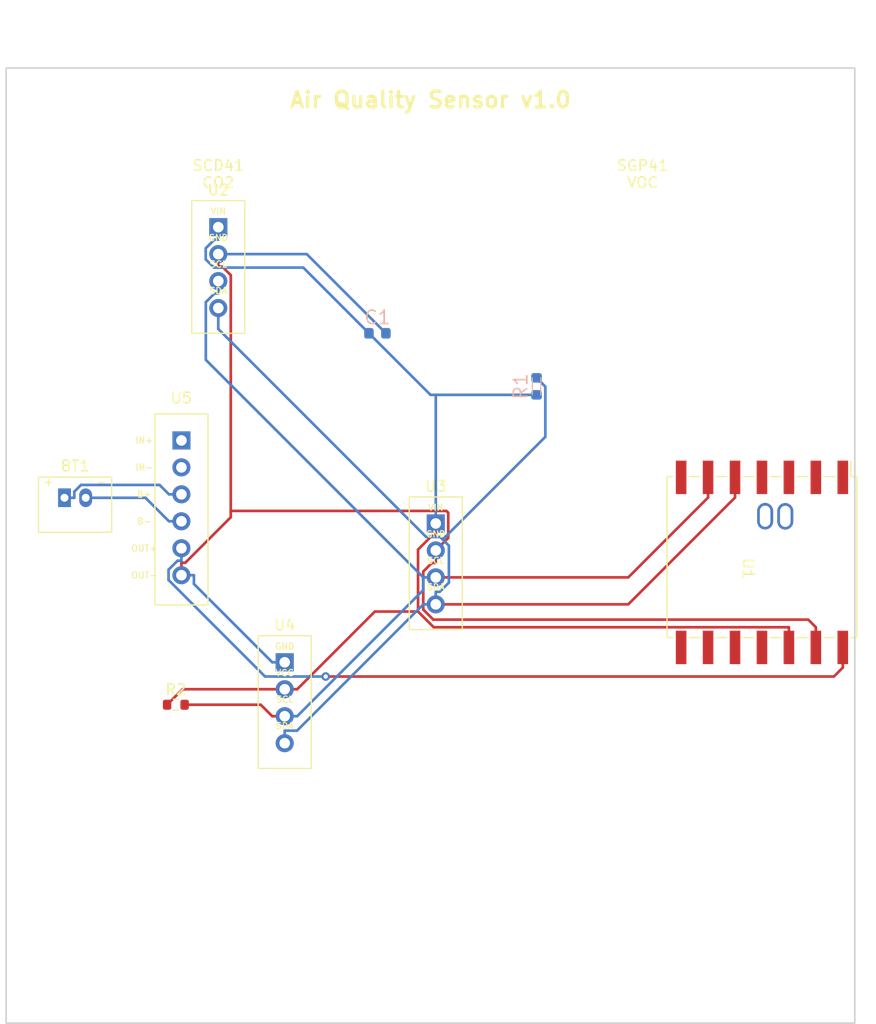
<source format=kicad_pcb>
(kicad_pcb (version 20241229) (generator "pcbnew") (generator_version "9.0")
  (layers (0 "F.Cu" signal) (2 "B.Cu" signal) (13 "F.Paste" user) (15 "B.Paste" user) (5 "F.SilkS" user "F.Silkscreen") (7 "B.SilkS" user "B.Silkscreen") (1 "F.Mask" user) (3 "B.Mask" user) (25 "Edge.Cuts" user))
  (net 0 "")
  (net 1 "GND")
  (net 2 "+3V3")
  (net 3 "Net-(BT1-+)")
  (net 4 "Net-(BT1--)")
  (net 5 "SDA")
  (net 6 "SCL")
  (net 14 "5V_USB")
  (footprint "AirQuality:XIAO_ESP32C3" (layer "F.Cu") (at 169.448 77.175 -90)
    (property "Reference" "U1" (at 0 -0.5 270) (layer "F.SilkS"))
    (property "Value" "XIAO_ESP32C3")
    (fp_line (start -8.675 7.15) (end 6.5 7.15) (stroke (width 0.12)) (layer "F.SilkS"))
    (fp_line (start -8.675 6.58) (end -8.675 7.15) (stroke (width 0.12)) (layer "F.SilkS"))
    (fp_line (start 6.5 6.58) (end 6.5 7.15) (stroke (width 0.12)) (layer "F.SilkS"))
    (fp_line (start -8.675 4.04) (end -8.675 5.06) (stroke (width 0.12)) (layer "F.SilkS"))
    (fp_line (start 6.5 4.04) (end 6.5 5.06) (stroke (width 0.12)) (layer "F.SilkS"))
    (fp_line (start -8.675 1.5) (end -8.675 2.52) (stroke (width 0.12)) (layer "F.SilkS"))
    (fp_line (start 6.5 1.5) (end 6.5 2.52) (stroke (width 0.12)) (layer "F.SilkS"))
    (fp_line (start -8.675 -1.04) (end -8.675 -0.02) (stroke (width 0.12)) (layer "F.SilkS"))
    (fp_line (start 6.5 -1.04) (end 6.5 -0.02) (stroke (width 0.12)) (layer "F.SilkS"))
    (fp_line (start -8.675 -3.58) (end -8.675 -2.56) (stroke (width 0.12)) (layer "F.SilkS"))
    (fp_line (start 6.5 -3.58) (end 6.5 -2.56) (stroke (width 0.12)) (layer "F.SilkS"))
    (fp_line (start -8.675 -6.12) (end -8.675 -5.1) (stroke (width 0.12)) (layer "F.SilkS"))
    (fp_line (start 6.5 -6.12) (end 6.5 -5.1) (stroke (width 0.12)) (layer "F.SilkS"))
    (fp_line (start -8.675 -8.66) (end -8.675 -7.64) (stroke (width 0.12)) (layer "F.SilkS"))
    (fp_line (start 6.5 -8.66) (end 6.5 -7.64) (stroke (width 0.12)) (layer "F.SilkS"))
    (fp_line (start -10.115 -10.18) (end -8.675 -10.18) (stroke (width 0.12)) (layer "F.SilkS"))
    (fp_line (start -8.675 -10.75) (end -8.675 -10.18) (stroke (width 0.12)) (layer "F.SilkS"))
    (fp_line (start -8.675 -10.75) (end 6.5 -10.75) (stroke (width 0.12)) (layer "F.SilkS"))
    (fp_line (start 6.5 -10.75) (end 6.5 -10.18) (stroke (width 0.12)) (layer "F.SilkS"))
    (pad "1" smd rect (at -8.6 -9.42 270) (size 3.15 1) (layers "F.Cu" "F.Mask" "F.Paste"))
    (pad "2" smd rect (at -8.6 -6.88 270) (size 3.15 1) (layers "F.Cu" "F.Mask" "F.Paste"))
    (pad "3" smd rect (at -8.6 -4.34 270) (size 3.15 1) (layers "F.Cu" "F.Mask" "F.Paste"))
    (pad "4" smd rect (at -8.6 -1.8 270) (size 3.15 1) (layers "F.Cu" "F.Mask" "F.Paste"))
    (pad "5" smd rect (at -8.6 0.74 270) (size 3.15 1) (layers "F.Cu" "F.Mask" "F.Paste") (net 5 "SDA"))
    (pad "6" smd rect (at -8.6 3.28 270) (size 3.15 1) (layers "F.Cu" "F.Mask" "F.Paste") (net 6 "SCL"))
    (pad "7" smd rect (at -8.6 5.82 270) (size 3.15 1) (layers "F.Cu" "F.Mask" "F.Paste"))
    (pad "8" smd rect (at 7.425 5.82 270) (size 3.15 1) (layers "F.Cu" "F.Mask" "F.Paste"))
    (pad "9" smd rect (at 7.425 3.28 270) (size 3.15 1) (layers "F.Cu" "F.Mask" "F.Paste"))
    (pad "10" smd rect (at 7.425 0.74 270) (size 3.15 1) (layers "F.Cu" "F.Mask" "F.Paste"))
    (pad "11" smd rect (at 7.425 -1.8 270) (size 3.15 1) (layers "F.Cu" "F.Mask" "F.Paste"))
    (pad "12" smd rect (at 7.425 -4.34 270) (size 3.15 1) (layers "F.Cu" "F.Mask" "F.Paste") (net 2 "+3V3"))
    (pad "13" smd rect (at 7.425 -6.88 270) (size 3.15 1) (layers "F.Cu" "F.Mask" "F.Paste") (net 1 "GND"))
    (pad "14" smd rect (at 7.425 -9.42 270) (size 3.15 1) (layers "F.Cu" "F.Mask" "F.Paste") (net 14 "5V_USB"))
    (pad "B+" thru_hole oval (at -4.94 -2.1 270) (size 2.5 1.5) (drill oval 2 1) (layers "*.Cu" "*.Mask"))
    (pad "B-" thru_hole oval (at -4.929 -4 270) (size 2.5 1.5) (drill oval 2 1) (layers "*.Cu" "*.Mask"))
  )
  (footprint "AirQuality:Adafruit_SCD41" (layer "F.Cu") (at 120 45)
    (property "Reference" "U2" (at 0 -3.5 0) (layer "F.SilkS"))
    (property "Value" "SCD41")
    (fp_line (start -2.5 -2.5) (end 2.5 -2.5) (stroke (width 0.12)) (layer "F.SilkS"))
    (fp_line (start -2.5 10) (end -2.5 -2.5) (stroke (width 0.12)) (layer "F.SilkS"))
    (fp_line (start 2.5 -2.5) (end 2.5 10) (stroke (width 0.12)) (layer "F.SilkS"))
    (fp_line (start 2.5 10) (end -2.5 10) (stroke (width 0.12)) (layer "F.SilkS"))
    (fp_text user "GND" (at 0 1 0) (layer "F.SilkS") (effects (font (size 0.6 0.6) (thickness 0.1))))
    (fp_text user "VIN" (at 0 -1.5 0) (layer "F.SilkS") (effects (font (size 0.6 0.6) (thickness 0.1))))
    (fp_text user "SCL" (at 0 3.5 0) (layer "F.SilkS") (effects (font (size 0.6 0.6) (thickness 0.1))))
    (fp_text user "SDA" (at 0 6 0) (layer "F.SilkS") (effects (font (size 0.6 0.6) (thickness 0.1))))
    (pad "1" thru_hole rect (at 0 0) (size 1.7 1.7) (drill 1) (layers "*.Cu" "*.Mask") (net 2 "+3V3"))
    (pad "2" thru_hole oval (at 0 2.54) (size 1.7 1.7) (drill 1) (layers "*.Cu" "*.Mask") (net 1 "GND"))
    (pad "3" thru_hole oval (at 0 5.08) (size 1.7 1.7) (drill 1) (layers "*.Cu" "*.Mask") (net 6 "SCL"))
    (pad "4" thru_hole oval (at 0 7.62) (size 1.7 1.7) (drill 1) (layers "*.Cu" "*.Mask") (net 5 "SDA"))
  )
  (footprint "Resistor_SMD:R_0603_1608Metric" (layer "F.Cu") (at 116 90)
    (property "Reference" "R2" (at 0 -1.43 0) (layer "F.SilkS"))
    (property "Value" "4.7k")
    (fp_line (start -0.237258 -0.5225) (end 0.237258 -0.5225) (stroke (width 0.12)) (layer "F.SilkS"))
    (fp_line (start -0.237258 0.5225) (end 0.237258 0.5225) (stroke (width 0.12)) (layer "F.SilkS"))
    (pad "1" smd roundrect (at -0.825 0) (size 0.8 0.95) (layers "F.Cu" "F.Mask" "F.Paste") (net 2 "+3V3"))
    (pad "2" smd roundrect (at 0.825 0) (size 0.8 0.95) (layers "F.Cu" "F.Mask" "F.Paste") (net 6 "SCL"))
  )
  (footprint "AirQuality:SSD1306_OLED_128x64" (layer "F.Cu") (at 126.26 86)
    (property "Reference" "U4" (at 0 -3.5 0) (layer "F.SilkS"))
    (property "Value" "SSD1306_0.96")
    (fp_line (start -2.5 -2.5) (end 2.5 -2.5) (stroke (width 0.12)) (layer "F.SilkS"))
    (fp_line (start -2.5 10) (end -2.5 -2.5) (stroke (width 0.12)) (layer "F.SilkS"))
    (fp_line (start 2.5 -2.5) (end 2.5 10) (stroke (width 0.12)) (layer "F.SilkS"))
    (fp_line (start 2.5 10) (end -2.5 10) (stroke (width 0.12)) (layer "F.SilkS"))
    (fp_text user "SCL" (at 0 3.5 0) (layer "F.SilkS") (effects (font (size 0.6 0.6) (thickness 0.1))))
    (fp_text user "GND" (at 0 -1.5 0) (layer "F.SilkS") (effects (font (size 0.6 0.6) (thickness 0.1))))
    (fp_text user "SDA" (at 0 6 0) (layer "F.SilkS") (effects (font (size 0.6 0.6) (thickness 0.1))))
    (fp_text user "VCC" (at 0 1 0) (layer "F.SilkS") (effects (font (size 0.6 0.6) (thickness 0.1))))
    (pad "1" thru_hole rect (at 0 0) (size 1.7 1.7) (drill 1) (layers "*.Cu" "*.Mask") (net 1 "GND"))
    (pad "2" thru_hole oval (at 0 2.54) (size 1.7 1.7) (drill 1) (layers "*.Cu" "*.Mask") (net 2 "+3V3"))
    (pad "3" thru_hole oval (at 0 5.08) (size 1.7 1.7) (drill 1) (layers "*.Cu" "*.Mask") (net 6 "SCL"))
    (pad "4" thru_hole oval (at 0 7.62) (size 1.7 1.7) (drill 1) (layers "*.Cu" "*.Mask") (net 5 "SDA"))
  )
  (footprint "AirQuality:JST_PH_2pin_Battery" (layer "F.Cu") (at 105.5 70.5)
    (property "Reference" "BT1" (at 1 -3 0) (layer "F.SilkS"))
    (property "Value" "LiPo_3.7V_500mAh")
    (fp_line (start -2.45 -1.95) (end -2.45 3.25) (stroke (width 0.12)) (layer "F.SilkS"))
    (fp_line (start -2.45 3.25) (end 4.45 3.25) (stroke (width 0.12)) (layer "F.SilkS"))
    (fp_line (start 4.45 -1.95) (end -2.45 -1.95) (stroke (width 0.12)) (layer "F.SilkS"))
    (fp_line (start 4.45 3.25) (end 4.45 -1.95) (stroke (width 0.12)) (layer "F.SilkS"))
    (fp_text user "-" (at 3.5 -1.5 0) (layer "F.SilkS") (effects (font (size 0.8 0.8) (thickness 0.12))))
    (fp_text user "+" (at -1.5 -1.5 0) (layer "F.SilkS") (effects (font (size 0.8 0.8) (thickness 0.12))))
    (pad "1" thru_hole rect (at 0 0) (size 1.2 1.75) (drill 0.75) (layers "*.Cu" "*.Mask") (net 3 "Net-(BT1-+)"))
    (pad "2" thru_hole oval (at 2 0) (size 1.2 1.75) (drill 0.75) (layers "*.Cu" "*.Mask") (net 4 "Net-(BT1--)"))
  )
  (footprint "AirQuality:Adafruit_SGP41" (layer "F.Cu") (at 140.5 72.92)
    (property "Reference" "U3" (at 0 -3.5 0) (layer "F.SilkS"))
    (property "Value" "SGP41")
    (fp_line (start -2.5 -2.5) (end 2.5 -2.5) (stroke (width 0.12)) (layer "F.SilkS"))
    (fp_line (start -2.5 10) (end -2.5 -2.5) (stroke (width 0.12)) (layer "F.SilkS"))
    (fp_line (start 2.5 -2.5) (end 2.5 10) (stroke (width 0.12)) (layer "F.SilkS"))
    (fp_line (start 2.5 10) (end -2.5 10) (stroke (width 0.12)) (layer "F.SilkS"))
    (fp_text user "GND" (at 0 1 0) (layer "F.SilkS") (effects (font (size 0.6 0.6) (thickness 0.1))))
    (fp_text user "VIN" (at 0 -1.5 0) (layer "F.SilkS") (effects (font (size 0.6 0.6) (thickness 0.1))))
    (fp_text user "SCL" (at 0 3.5 0) (layer "F.SilkS") (effects (font (size 0.6 0.6) (thickness 0.1))))
    (fp_text user "SDA" (at 0 6 0) (layer "F.SilkS") (effects (font (size 0.6 0.6) (thickness 0.1))))
    (pad "1" thru_hole rect (at 0 0) (size 1.7 1.7) (drill 1) (layers "*.Cu" "*.Mask") (net 2 "+3V3"))
    (pad "2" thru_hole oval (at 0 2.54) (size 1.7 1.7) (drill 1) (layers "*.Cu" "*.Mask") (net 1 "GND"))
    (pad "3" thru_hole oval (at 0 5.08) (size 1.7 1.7) (drill 1) (layers "*.Cu" "*.Mask") (net 6 "SCL"))
    (pad "4" thru_hole oval (at 0 7.62) (size 1.7 1.7) (drill 1) (layers "*.Cu" "*.Mask") (net 5 "SDA"))
  )
  (footprint "AirQuality:TP4056_USB-C_Module" (layer "F.Cu") (at 116.525 65.095)
    (property "Reference" "U5" (at 0 -4 0) (layer "F.SilkS"))
    (property "Value" "TP4056_Module")
    (fp_line (start -2.5 -2.5) (end 2.5 -2.5) (stroke (width 0.12)) (layer "F.SilkS"))
    (fp_line (start -2.5 15.5) (end -2.5 -2.5) (stroke (width 0.12)) (layer "F.SilkS"))
    (fp_line (start 2.5 -2.5) (end 2.5 15.5) (stroke (width 0.12)) (layer "F.SilkS"))
    (fp_line (start 2.5 15.5) (end -2.5 15.5) (stroke (width 0.12)) (layer "F.SilkS"))
    (fp_text user "IN+" (at -3.5 0 0) (layer "F.SilkS") (effects (font (size 0.6 0.6) (thickness 0.1))))
    (fp_text user "OUT+" (at -3.5 10.16 0) (layer "F.SilkS") (effects (font (size 0.6 0.6) (thickness 0.1))))
    (fp_text user "IN-" (at -3.5 2.54 0) (layer "F.SilkS") (effects (font (size 0.6 0.6) (thickness 0.1))))
    (fp_text user "OUT-" (at -3.5 12.7 0) (layer "F.SilkS") (effects (font (size 0.6 0.6) (thickness 0.1))))
    (fp_text user "B+" (at -3.5 5.08 0) (layer "F.SilkS") (effects (font (size 0.6 0.6) (thickness 0.1))))
    (fp_text user "B-" (at -3.5 7.62 0) (layer "F.SilkS") (effects (font (size 0.6 0.6) (thickness 0.1))))
    (pad "1" thru_hole rect (at 0 0) (size 1.7 1.7) (drill 1) (layers "*.Cu" "*.Mask"))
    (pad "2" thru_hole oval (at 0 2.54) (size 1.7 1.7) (drill 1) (layers "*.Cu" "*.Mask"))
    (pad "3" thru_hole oval (at 0 5.08) (size 1.7 1.7) (drill 1) (layers "*.Cu" "*.Mask") (net 3 "Net-(BT1-+)"))
    (pad "4" thru_hole oval (at 0 7.62) (size 1.7 1.7) (drill 1) (layers "*.Cu" "*.Mask") (net 4 "Net-(BT1--)"))
    (pad "5" thru_hole oval (at 0 10.16) (size 1.7 1.7) (drill 1) (layers "*.Cu" "*.Mask") (net 14 "5V_USB"))
    (pad "6" thru_hole oval (at 0 12.7) (size 1.7 1.7) (drill 1) (layers "*.Cu" "*.Mask") (net 1 "GND"))
  )
  (footprint "Resistor_SMD:R_0603_1608Metric" (layer "B.Cu") (at 150 60 90)
    (property "Reference" "R1" (at 0 -1.5 90) (layer "B.SilkS") (effects (font (size 1.27 1.27))))
    (property "Value" "4.7k")
    (fp_line (start -0.8 -0.4) (end 0.8 -0.4) (stroke (width 0.1)) (layer "B.SilkS"))
    (fp_line (start -0.8 0.4) (end 0.8 0.4) (stroke (width 0.1)) (layer "B.SilkS"))
    (pad "1" smd roundrect (at -0.8 0 90) (size 0.9 1) (layers "B.Cu" "B.Mask" "B.Paste") (net 2 "+3V3"))
    (pad "2" smd roundrect (at 0.8 0 90) (size 0.9 1) (layers "B.Cu" "B.Mask" "B.Paste") (net 5 "SDA"))
  )
  (footprint "Capacitor_SMD:C_0603_1608Metric" (layer "B.Cu") (at 135 55)
    (property "Reference" "C1" (at 0 -1.5 0) (layer "B.SilkS") (effects (font (size 1.27 1.27))))
    (property "Value" "100nF")
    (pad "1" smd roundrect (at -0.8 0) (size 0.9 1) (layers "B.Cu" "B.Mask" "B.Paste") (net 2 "+3V3"))
    (pad "2" smd roundrect (at 0.8 0) (size 0.9 1) (layers "B.Cu" "B.Mask" "B.Paste") (net 1 "GND"))
  )
  (gr_line (start 100 30) (end 180 30) (stroke (width 0.15)) (layer "Edge.Cuts"))
  (gr_line (start 180 30) (end 180 120) (stroke (width 0.15)) (layer "Edge.Cuts"))
  (gr_line (start 180 120) (end 100 120) (stroke (width 0.15)) (layer "Edge.Cuts"))
  (gr_line (start 100 120) (end 100 30) (stroke (width 0.15)) (layer "Edge.Cuts"))
  (gr_text "Air Quality Sensor v1.0" (at 140 33 0) (layer "F.SilkS") (effects (font (size 1.5 1.5) (thickness 0.3))))
  (gr_text "SCD41\nCO2" (at 120 40 0) (layer "F.SilkS") (effects (font (size 1 1))))
  (gr_text "SGP41\nVOC" (at 160 40 0) (layer "F.SilkS") (effects (font (size 1 1))))
  (segment (start 176.328 84.6) (end 176.328 82.6983) (width 0.25) (layer "F.Cu") (net 1))
  (segment (start 175.6113 81.9816) (end 176.328 82.6983) (width 0.25) (layer "F.Cu") (net 1))
  (segment (start 116.8927 76.6183) (end 121.1767 72.3343) (width 0.25) (layer "F.Cu") (net 1))
  (segment (start 116.525 77.795) (end 116.525 76.6183) (width 0.25) (layer "F.Cu") (net 1))
  (segment (start 140.5 75.46) (end 140.5 76.6367) (width 0.25) (layer "F.Cu") (net 1))
  (segment (start 121.1767 49.5256) (end 120.3678 48.7167) (width 0.25) (layer "F.Cu") (net 1))
  (segment (start 139.3211 77.4478) (end 139.3211 81.0328) (width 0.25) (layer "F.Cu") (net 1))
  (segment (start 120.3678 48.7167) (end 120 48.7167) (width 0.25) (layer "F.Cu") (net 1))
  (segment (start 116.525 76.6183) (end 116.8927 76.6183) (width 0.25) (layer "F.Cu") (net 1))
  (segment (start 121.1767 72.3343) (end 121.1767 71.7364) (width 0.25) (layer "F.Cu") (net 1))
  (segment (start 120 47.54) (end 120 48.7167) (width 0.25) (layer "F.Cu") (net 1))
  (segment (start 141.5023 71.7364) (end 141.6767 71.9108) (width 0.25) (layer "F.Cu") (net 1))
  (segment (start 121.1767 71.7364) (end 141.5023 71.7364) (width 0.25) (layer "F.Cu") (net 1))
  (segment (start 121.1767 71.7364) (end 121.1767 49.5256) (width 0.25) (layer "F.Cu") (net 1))
  (segment (start 140.1322 76.6367) (end 139.3211 77.4478) (width 0.25) (layer "F.Cu") (net 1))
  (segment (start 141.6767 71.9108) (end 141.6767 74.2833) (width 0.25) (layer "F.Cu") (net 1))
  (segment (start 140.5 76.6367) (end 140.1322 76.6367) (width 0.25) (layer "F.Cu") (net 1))
  (segment (start 141.6767 74.2833) (end 140.5 75.46) (width 0.25) (layer "F.Cu") (net 1))
  (segment (start 140.2699 81.9816) (end 175.6113 81.9816) (width 0.25) (layer "F.Cu") (net 1))
  (segment (start 139.3211 81.0328) (end 140.2699 81.9816) (width 0.25) (layer "F.Cu") (net 1))
  (segment (start 117.7017 78.6184) (end 125.0833 86) (width 0.25) (layer "B.Cu") (net 1))
  (segment (start 126.26 86) (end 125.0833 86) (width 0.25) (layer "B.Cu") (net 1))
  (segment (start 135.8 55) (end 128.34 47.54) (width 0.25) (layer "B.Cu") (net 1))
  (segment (start 117.7017 77.795) (end 117.7017 78.6184) (width 0.25) (layer "B.Cu") (net 1))
  (segment (start 116.525 77.795) (end 117.7017 77.795) (width 0.25) (layer "B.Cu") (net 1))
  (segment (start 128.34 47.54) (end 120 47.54) (width 0.25) (layer "B.Cu") (net 1))
  (segment (start 138.8297 81.2207) (end 140.3073 82.6983) (width 0.25) (layer "F.Cu") (net 2))
  (segment (start 116.635 88.54) (end 126.26 88.54) (width 0.25) (layer "F.Cu") (net 2))
  (segment (start 134.756 81.2207) (end 127.4367 88.54) (width 0.25) (layer "F.Cu") (net 2))
  (segment (start 126.26 88.54) (end 127.4367 88.54) (width 0.25) (layer "F.Cu") (net 2))
  (segment (start 115.175 90) (end 116.635 88.54) (width 0.25) (layer "F.Cu") (net 2))
  (segment (start 138.8297 81.2207) (end 134.756 81.2207) (width 0.25) (layer "F.Cu") (net 2))
  (segment (start 140.1119 74.0967) (end 138.8297 75.3789) (width 0.25) (layer "F.Cu") (net 2))
  (segment (start 140.5 72.92) (end 140.5 74.0967) (width 0.25) (layer "F.Cu") (net 2))
  (segment (start 138.8297 75.3789) (end 138.8297 81.2207) (width 0.25) (layer "F.Cu") (net 2))
  (segment (start 140.3073 82.6983) (end 173.788 82.6983) (width 0.25) (layer "F.Cu") (net 2))
  (segment (start 140.5 74.0967) (end 140.1119 74.0967) (width 0.25) (layer "F.Cu") (net 2))
  (segment (start 173.788 84.6) (end 173.788 82.6983) (width 0.25) (layer "F.Cu") (net 2))
  (segment (start 140.5 60.8) (end 150 60.8) (width 0.25) (layer "B.Cu") (net 2))
  (segment (start 119.6323 46.1767) (end 118.814 46.995) (width 0.25) (layer "B.Cu") (net 2))
  (segment (start 140.5 60.8) (end 140.5 72.92) (width 0.25) (layer "B.Cu") (net 2))
  (segment (start 118.814 48.0311) (end 119.5944 48.8115) (width 0.25) (layer "B.Cu") (net 2))
  (segment (start 119.5944 48.8115) (end 128.0115 48.8115) (width 0.25) (layer "B.Cu") (net 2))
  (segment (start 120 45) (end 120 46.1767) (width 0.25) (layer "B.Cu") (net 2))
  (segment (start 140 60.8) (end 140.5 60.8) (width 0.25) (layer "B.Cu") (net 2))
  (segment (start 128.0115 48.8115) (end 134.2 55) (width 0.25) (layer "B.Cu") (net 2))
  (segment (start 120 46.1767) (end 119.6323 46.1767) (width 0.25) (layer "B.Cu") (net 2))
  (segment (start 118.814 46.995) (end 118.814 48.0311) (width 0.25) (layer "B.Cu") (net 2))
  (segment (start 134.2 55) (end 140 60.8) (width 0.25) (layer "B.Cu") (net 2))
  (segment (start 116.525 70.175) (end 115.3483 70.175) (width 0.25) (layer "B.Cu") (net 3))
  (segment (start 107.06 69.2875) (end 106.4267 69.9208) (width 0.25) (layer "B.Cu") (net 3))
  (segment (start 105.5 70.5) (end 106.4267 70.5) (width 0.25) (layer "B.Cu") (net 3))
  (segment (start 106.4267 69.9208) (end 106.4267 70.5) (width 0.25) (layer "B.Cu") (net 3))
  (segment (start 115.3483 70.175) (end 114.4608 69.2875) (width 0.25) (layer "B.Cu") (net 3))
  (segment (start 114.4608 69.2875) (end 107.06 69.2875) (width 0.25) (layer "B.Cu") (net 3))
  (segment (start 116.525 72.715) (end 115.3483 72.715) (width 0.25) (layer "B.Cu") (net 4))
  (segment (start 115.3483 72.715) (end 113.1333 70.5) (width 0.25) (layer "B.Cu") (net 4))
  (segment (start 113.1333 70.5) (end 107.5 70.5) (width 0.25) (layer "B.Cu") (net 4))
  (segment (start 168.708 68.575) (end 168.708 70.4767) (width 0.25) (layer "F.Cu") (net 5))
  (segment (start 140.5 80.54) (end 158.6447 80.54) (width 0.25) (layer "F.Cu") (net 5))
  (segment (start 158.6447 80.54) (end 168.708 70.4767) (width 0.25) (layer "F.Cu") (net 5))
  (segment (start 139.5959 74.19) (end 140.9163 74.19) (width 0.25) (layer "B.Cu") (net 5))
  (segment (start 139.3233 80.54) (end 127.42 92.4433) (width 0.25) (layer "B.Cu") (net 5))
  (segment (start 150.8277 60.0277) (end 150.8277 64.759) (width 0.25) (layer "B.Cu") (net 5))
  (segment (start 139.9117 80.54) (end 139.3233 80.54) (width 0.25) (layer "B.Cu") (net 5))
  (segment (start 150 59.2) (end 150.8277 60.0277) (width 0.25) (layer "B.Cu") (net 5))
  (segment (start 120 54.5941) (end 139.5959 74.19) (width 0.25) (layer "B.Cu") (net 5))
  (segment (start 120 52.62) (end 120 54.5941) (width 0.25) (layer "B.Cu") (net 5))
  (segment (start 141.7371 75.0108) (end 141.7371 78.4939) (width 0.25) (layer "B.Cu") (net 5))
  (segment (start 141.1565 74.4302) (end 141.7371 75.0108) (width 0.25) (layer "B.Cu") (net 5))
  (segment (start 127.42 92.4433) (end 126.26 92.4433) (width 0.25) (layer "B.Cu") (net 5))
  (segment (start 140.5 80.54) (end 140.5 79.3633) (width 0.25) (layer "B.Cu") (net 5))
  (segment (start 140.8677 79.3633) (end 140.5 79.3633) (width 0.25) (layer "B.Cu") (net 5))
  (segment (start 139.9117 80.54) (end 140.5 80.54) (width 0.25) (layer "B.Cu") (net 5))
  (segment (start 141.7371 78.4939) (end 140.8677 79.3633) (width 0.25) (layer "B.Cu") (net 5))
  (segment (start 126.26 93.62) (end 126.26 92.4433) (width 0.25) (layer "B.Cu") (net 5))
  (segment (start 140.9163 74.19) (end 141.1565 74.4302) (width 0.25) (layer "B.Cu") (net 5))
  (segment (start 150.8277 64.759) (end 141.1565 74.4302) (width 0.25) (layer "B.Cu") (net 5))
  (segment (start 124.0033 90) (end 125.0833 91.08) (width 0.25) (layer "F.Cu") (net 6))
  (segment (start 116.825 90) (end 124.0033 90) (width 0.25) (layer "F.Cu") (net 6))
  (segment (start 126.26 91.08) (end 125.0833 91.08) (width 0.25) (layer "F.Cu") (net 6))
  (segment (start 166.168 70.4767) (end 158.6447 78) (width 0.25) (layer "F.Cu") (net 6))
  (segment (start 158.6447 78) (end 140.5 78) (width 0.25) (layer "F.Cu") (net 6))
  (segment (start 166.168 68.575) (end 166.168 70.4767) (width 0.25) (layer "F.Cu") (net 6))
  (segment (start 126.26 91.08) (end 127.4367 91.08) (width 0.25) (layer "B.Cu") (net 6))
  (segment (start 140.5 78) (end 139.3233 78) (width 0.25) (layer "B.Cu") (net 6))
  (segment (start 139.3233 78) (end 118.8233 57.5) (width 0.25) (layer "B.Cu") (net 6))
  (segment (start 127.4367 91.08) (end 139.3233 79.1934) (width 0.25) (layer "B.Cu") (net 6))
  (segment (start 118.8233 52.0656) (end 119.6322 51.2567) (width 0.25) (layer "B.Cu") (net 6))
  (segment (start 119.6322 51.2567) (end 120 51.2567) (width 0.25) (layer "B.Cu") (net 6))
  (segment (start 120 50.08) (end 120 51.2567) (width 0.25) (layer "B.Cu") (net 6))
  (segment (start 139.3233 79.1934) (end 139.3233 78) (width 0.25) (layer "B.Cu") (net 6))
  (segment (start 118.8233 57.5) (end 118.8233 52.0656) (width 0.25) (layer "B.Cu") (net 6))
  (segment (start 178.028 87.3417) (end 178.868 86.5017) (width 0.25) (layer "F.Cu") (net 14))
  (segment (start 178.868 84.6) (end 178.868 86.5017) (width 0.25) (layer "F.Cu") (net 14))
  (segment (start 130.1251 87.3417) (end 178.028 87.3417) (width 0.25) (layer "F.Cu") (net 14))
  (via (at 130.1251 87.3417) (size 0.8) (drill 0.4) (layers "F.Cu" "B.Cu") (net 14))
  (segment (start 115.3121 78.2474) (end 124.4064 87.3417) (width 0.25) (layer "B.Cu") (net 14))
  (segment (start 124.4064 87.3417) (end 130.1251 87.3417) (width 0.25) (layer "B.Cu") (net 14))
  (segment (start 116.525 76.4317) (end 116.1573 76.4317) (width 0.25) (layer "B.Cu") (net 14))
  (segment (start 116.525 75.255) (end 116.525 76.4317) (width 0.25) (layer "B.Cu") (net 14))
  (segment (start 115.3121 77.2769) (end 115.3121 78.2474) (width 0.25) (layer "B.Cu") (net 14))
  (segment (start 116.1573 76.4317) (end 115.3121 77.2769) (width 0.25) (layer "B.Cu") (net 14))
)
</source>
